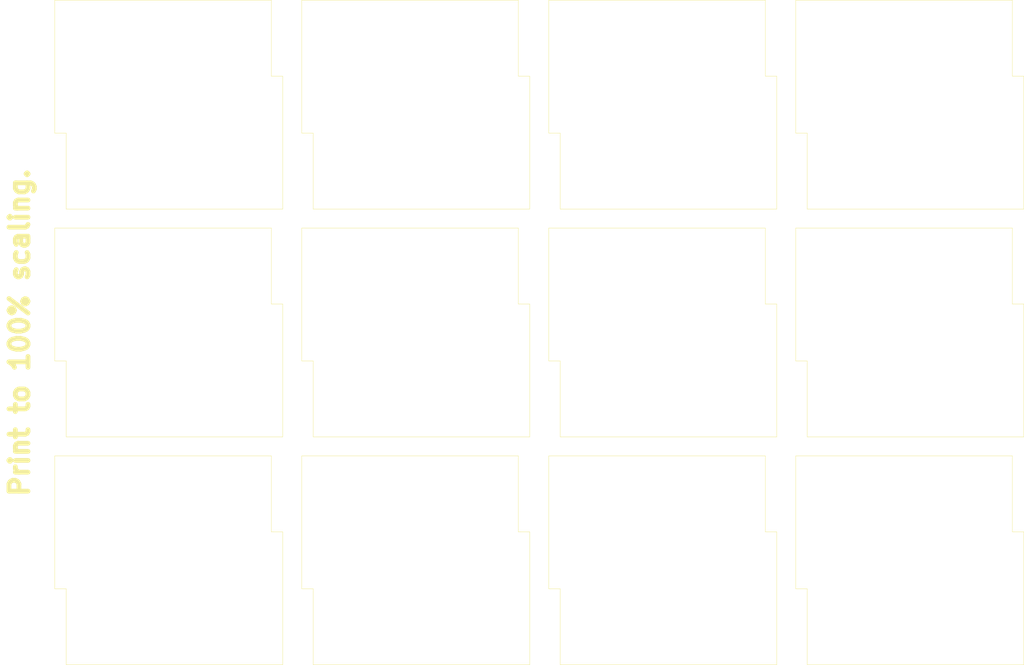
<source format=kicad_pcb>
(kicad_pcb (version 20171130) (host pcbnew "(5.1.2)-1")

  (general
    (thickness 1.6)
    (drawings 97)
    (tracks 0)
    (zones 0)
    (modules 0)
    (nets 1)
  )

  (page USLetter)
  (layers
    (0 F.Cu signal)
    (31 B.Cu signal)
    (32 B.Adhes user)
    (33 F.Adhes user)
    (34 B.Paste user)
    (35 F.Paste user)
    (36 B.SilkS user)
    (37 F.SilkS user)
    (38 B.Mask user)
    (39 F.Mask user)
    (40 Dwgs.User user)
    (41 Cmts.User user)
    (42 Eco1.User user)
    (43 Eco2.User user)
    (44 Edge.Cuts user)
    (45 Margin user)
    (46 B.CrtYd user)
    (47 F.CrtYd user)
    (48 B.Fab user)
    (49 F.Fab user)
  )

  (setup
    (last_trace_width 0.25)
    (trace_clearance 0.2)
    (zone_clearance 0.508)
    (zone_45_only no)
    (trace_min 0.2)
    (via_size 0.8)
    (via_drill 0.4)
    (via_min_size 0.4)
    (via_min_drill 0.3)
    (uvia_size 0.3)
    (uvia_drill 0.1)
    (uvias_allowed no)
    (uvia_min_size 0.2)
    (uvia_min_drill 0.1)
    (edge_width 0.05)
    (segment_width 0.2)
    (pcb_text_width 0.3)
    (pcb_text_size 1.5 1.5)
    (mod_edge_width 0.12)
    (mod_text_size 1 1)
    (mod_text_width 0.15)
    (pad_size 1.524 1.524)
    (pad_drill 0.762)
    (pad_to_mask_clearance 0.051)
    (solder_mask_min_width 0.25)
    (aux_axis_origin 0 0)
    (visible_elements 7FFFFFFF)
    (pcbplotparams
      (layerselection 0x00020_7ffffffe)
      (usegerberextensions false)
      (usegerberattributes false)
      (usegerberadvancedattributes false)
      (creategerberjobfile false)
      (excludeedgelayer true)
      (linewidth 0.100000)
      (plotframeref false)
      (viasonmask false)
      (mode 1)
      (useauxorigin false)
      (hpglpennumber 1)
      (hpglpenspeed 20)
      (hpglpendiameter 15.000000)
      (psnegative false)
      (psa4output false)
      (plotreference true)
      (plotvalue true)
      (plotinvisibletext false)
      (padsonsilk false)
      (subtractmaskfromsilk false)
      (outputformat 5)
      (mirror false)
      (drillshape 0)
      (scaleselection 1)
      (outputdirectory ""))
  )

  (net 0 "")

  (net_class Default "This is the default net class."
    (clearance 0.2)
    (trace_width 0.25)
    (via_dia 0.8)
    (via_drill 0.4)
    (uvia_dia 0.3)
    (uvia_drill 0.1)
  )

  (gr_text "Print to 100% scaling." (at 11.70432 105 90) (layer F.SilkS)
    (effects (font (size 5 5) (thickness 1.25)))
  )
  (gr_line (start 273 157.5) (end 276 157.5) (layer F.SilkS) (width 0.12) (tstamp 5DBEE9D1))
  (gr_line (start 273 137.5) (end 273 157.5) (layer F.SilkS) (width 0.12) (tstamp 5DBEE9D0))
  (gr_line (start 216 137.5) (end 273 137.5) (layer F.SilkS) (width 0.12) (tstamp 5DBEE9CF))
  (gr_line (start 216 137.5) (end 216 172.5) (layer F.SilkS) (width 0.12) (tstamp 5DBEE9CE))
  (gr_line (start 216 172.5) (end 219 172.5) (layer F.SilkS) (width 0.12) (tstamp 5DBEE9CD))
  (gr_line (start 219 172.5) (end 219 192.5) (layer F.SilkS) (width 0.12) (tstamp 5DBEE9CC))
  (gr_line (start 219 192.5) (end 276 192.5) (layer F.SilkS) (width 0.12) (tstamp 5DBEE9CB))
  (gr_line (start 276 157.5) (end 276 192.5) (layer F.SilkS) (width 0.12) (tstamp 5DBEE9CA))
  (gr_line (start 208 157.5) (end 211 157.5) (layer F.SilkS) (width 0.12) (tstamp 5DBEE9C1))
  (gr_line (start 208 137.5) (end 208 157.5) (layer F.SilkS) (width 0.12) (tstamp 5DBEE9C0))
  (gr_line (start 151 137.5) (end 208 137.5) (layer F.SilkS) (width 0.12) (tstamp 5DBEE9BF))
  (gr_line (start 151 137.5) (end 151 172.5) (layer F.SilkS) (width 0.12) (tstamp 5DBEE9BE))
  (gr_line (start 151 172.5) (end 154 172.5) (layer F.SilkS) (width 0.12) (tstamp 5DBEE9BD))
  (gr_line (start 154 172.5) (end 154 192.5) (layer F.SilkS) (width 0.12) (tstamp 5DBEE9BC))
  (gr_line (start 154 192.5) (end 211 192.5) (layer F.SilkS) (width 0.12) (tstamp 5DBEE9BB))
  (gr_line (start 211 157.5) (end 211 192.5) (layer F.SilkS) (width 0.12) (tstamp 5DBEE9BA))
  (gr_line (start 143 157.5) (end 146 157.5) (layer F.SilkS) (width 0.12) (tstamp 5DBEE9B1))
  (gr_line (start 143 137.5) (end 143 157.5) (layer F.SilkS) (width 0.12) (tstamp 5DBEE9B0))
  (gr_line (start 86 137.5) (end 143 137.5) (layer F.SilkS) (width 0.12) (tstamp 5DBEE9AF))
  (gr_line (start 86 137.5) (end 86 172.5) (layer F.SilkS) (width 0.12) (tstamp 5DBEE9AE))
  (gr_line (start 86 172.5) (end 89 172.5) (layer F.SilkS) (width 0.12) (tstamp 5DBEE9AD))
  (gr_line (start 89 172.5) (end 89 192.5) (layer F.SilkS) (width 0.12) (tstamp 5DBEE9AC))
  (gr_line (start 89 192.5) (end 146 192.5) (layer F.SilkS) (width 0.12) (tstamp 5DBEE9AB))
  (gr_line (start 146 157.5) (end 146 192.5) (layer F.SilkS) (width 0.12) (tstamp 5DBEE9AA))
  (gr_line (start 78 157.5) (end 81 157.5) (layer F.SilkS) (width 0.12) (tstamp 5DBEE9A1))
  (gr_line (start 78 137.5) (end 78 157.5) (layer F.SilkS) (width 0.12) (tstamp 5DBEE9A0))
  (gr_line (start 21 137.5) (end 78 137.5) (layer F.SilkS) (width 0.12) (tstamp 5DBEE99F))
  (gr_line (start 21 137.5) (end 21 172.5) (layer F.SilkS) (width 0.12) (tstamp 5DBEE99E))
  (gr_line (start 21 172.5) (end 24 172.5) (layer F.SilkS) (width 0.12) (tstamp 5DBEE99D))
  (gr_line (start 24 172.5) (end 24 192.5) (layer F.SilkS) (width 0.12) (tstamp 5DBEE99C))
  (gr_line (start 24 192.5) (end 81 192.5) (layer F.SilkS) (width 0.12) (tstamp 5DBEE99B))
  (gr_line (start 81 157.5) (end 81 192.5) (layer F.SilkS) (width 0.12) (tstamp 5DBEE99A))
  (gr_line (start 273 97.5) (end 276 97.5) (layer F.SilkS) (width 0.12) (tstamp 5DBEE991))
  (gr_line (start 273 77.5) (end 273 97.5) (layer F.SilkS) (width 0.12) (tstamp 5DBEE990))
  (gr_line (start 216 77.5) (end 273 77.5) (layer F.SilkS) (width 0.12) (tstamp 5DBEE98F))
  (gr_line (start 216 77.5) (end 216 112.5) (layer F.SilkS) (width 0.12) (tstamp 5DBEE98E))
  (gr_line (start 216 112.5) (end 219 112.5) (layer F.SilkS) (width 0.12) (tstamp 5DBEE98D))
  (gr_line (start 219 112.5) (end 219 132.5) (layer F.SilkS) (width 0.12) (tstamp 5DBEE98C))
  (gr_line (start 219 132.5) (end 276 132.5) (layer F.SilkS) (width 0.12) (tstamp 5DBEE98B))
  (gr_line (start 276 97.5) (end 276 132.5) (layer F.SilkS) (width 0.12) (tstamp 5DBEE98A))
  (gr_line (start 208 97.5) (end 211 97.5) (layer F.SilkS) (width 0.12) (tstamp 5DBEE981))
  (gr_line (start 208 77.5) (end 208 97.5) (layer F.SilkS) (width 0.12) (tstamp 5DBEE980))
  (gr_line (start 151 77.5) (end 208 77.5) (layer F.SilkS) (width 0.12) (tstamp 5DBEE97F))
  (gr_line (start 151 77.5) (end 151 112.5) (layer F.SilkS) (width 0.12) (tstamp 5DBEE97E))
  (gr_line (start 151 112.5) (end 154 112.5) (layer F.SilkS) (width 0.12) (tstamp 5DBEE97D))
  (gr_line (start 154 112.5) (end 154 132.5) (layer F.SilkS) (width 0.12) (tstamp 5DBEE97C))
  (gr_line (start 154 132.5) (end 211 132.5) (layer F.SilkS) (width 0.12) (tstamp 5DBEE97B))
  (gr_line (start 211 97.5) (end 211 132.5) (layer F.SilkS) (width 0.12) (tstamp 5DBEE97A))
  (gr_line (start 143 97.5) (end 146 97.5) (layer F.SilkS) (width 0.12) (tstamp 5DBEE971))
  (gr_line (start 143 77.5) (end 143 97.5) (layer F.SilkS) (width 0.12) (tstamp 5DBEE970))
  (gr_line (start 86 77.5) (end 143 77.5) (layer F.SilkS) (width 0.12) (tstamp 5DBEE96F))
  (gr_line (start 86 77.5) (end 86 112.5) (layer F.SilkS) (width 0.12) (tstamp 5DBEE96E))
  (gr_line (start 86 112.5) (end 89 112.5) (layer F.SilkS) (width 0.12) (tstamp 5DBEE96D))
  (gr_line (start 89 112.5) (end 89 132.5) (layer F.SilkS) (width 0.12) (tstamp 5DBEE96C))
  (gr_line (start 89 132.5) (end 146 132.5) (layer F.SilkS) (width 0.12) (tstamp 5DBEE96B))
  (gr_line (start 146 97.5) (end 146 132.5) (layer F.SilkS) (width 0.12) (tstamp 5DBEE96A))
  (gr_line (start 78 97.5) (end 81 97.5) (layer F.SilkS) (width 0.12) (tstamp 5DBEE961))
  (gr_line (start 78 77.5) (end 78 97.5) (layer F.SilkS) (width 0.12) (tstamp 5DBEE960))
  (gr_line (start 21 77.5) (end 78 77.5) (layer F.SilkS) (width 0.12) (tstamp 5DBEE95F))
  (gr_line (start 21 77.5) (end 21 112.5) (layer F.SilkS) (width 0.12) (tstamp 5DBEE95E))
  (gr_line (start 21 112.5) (end 24 112.5) (layer F.SilkS) (width 0.12) (tstamp 5DBEE95D))
  (gr_line (start 24 112.5) (end 24 132.5) (layer F.SilkS) (width 0.12) (tstamp 5DBEE95C))
  (gr_line (start 24 132.5) (end 81 132.5) (layer F.SilkS) (width 0.12) (tstamp 5DBEE95B))
  (gr_line (start 81 97.5) (end 81 132.5) (layer F.SilkS) (width 0.12) (tstamp 5DBEE95A))
  (gr_line (start 216 17.5) (end 216 52.5) (layer F.SilkS) (width 0.12) (tstamp 5DBEE951))
  (gr_line (start 216 52.5) (end 219 52.5) (layer F.SilkS) (width 0.12) (tstamp 5DBEE950))
  (gr_line (start 219 52.5) (end 219 72.5) (layer F.SilkS) (width 0.12) (tstamp 5DBEE94F))
  (gr_line (start 219 72.5) (end 276 72.5) (layer F.SilkS) (width 0.12) (tstamp 5DBEE94E))
  (gr_line (start 276 37.5) (end 276 72.5) (layer F.SilkS) (width 0.12) (tstamp 5DBEE94D))
  (gr_line (start 273 37.5) (end 276 37.5) (layer F.SilkS) (width 0.12) (tstamp 5DBEE94C))
  (gr_line (start 273 17.5) (end 273 37.5) (layer F.SilkS) (width 0.12) (tstamp 5DBEE94B))
  (gr_line (start 216 17.5) (end 273 17.5) (layer F.SilkS) (width 0.12) (tstamp 5DBEE94A))
  (gr_line (start 151 17.5) (end 151 52.5) (layer F.SilkS) (width 0.12) (tstamp 5DBEE941))
  (gr_line (start 151 52.5) (end 154 52.5) (layer F.SilkS) (width 0.12) (tstamp 5DBEE940))
  (gr_line (start 154 52.5) (end 154 72.5) (layer F.SilkS) (width 0.12) (tstamp 5DBEE93F))
  (gr_line (start 154 72.5) (end 211 72.5) (layer F.SilkS) (width 0.12) (tstamp 5DBEE93E))
  (gr_line (start 211 37.5) (end 211 72.5) (layer F.SilkS) (width 0.12) (tstamp 5DBEE93D))
  (gr_line (start 208 37.5) (end 211 37.5) (layer F.SilkS) (width 0.12) (tstamp 5DBEE93C))
  (gr_line (start 208 17.5) (end 208 37.5) (layer F.SilkS) (width 0.12) (tstamp 5DBEE93B))
  (gr_line (start 151 17.5) (end 208 17.5) (layer F.SilkS) (width 0.12) (tstamp 5DBEE93A))
  (gr_line (start 86 17.5) (end 86 52.5) (layer F.SilkS) (width 0.12) (tstamp 5DBEE931))
  (gr_line (start 86 52.5) (end 89 52.5) (layer F.SilkS) (width 0.12) (tstamp 5DBEE930))
  (gr_line (start 89 52.5) (end 89 72.5) (layer F.SilkS) (width 0.12) (tstamp 5DBEE92F))
  (gr_line (start 89 72.5) (end 146 72.5) (layer F.SilkS) (width 0.12) (tstamp 5DBEE92E))
  (gr_line (start 146 37.5) (end 146 72.5) (layer F.SilkS) (width 0.12) (tstamp 5DBEE92D))
  (gr_line (start 143 37.5) (end 146 37.5) (layer F.SilkS) (width 0.12) (tstamp 5DBEE92C))
  (gr_line (start 143 17.5) (end 143 37.5) (layer F.SilkS) (width 0.12) (tstamp 5DBEE92B))
  (gr_line (start 86 17.5) (end 143 17.5) (layer F.SilkS) (width 0.12) (tstamp 5DBEE92A))
  (gr_line (start 21 17.5) (end 21 52.5) (layer F.SilkS) (width 0.12))
  (gr_line (start 21 52.5) (end 24 52.5) (layer F.SilkS) (width 0.12))
  (gr_line (start 24 52.5) (end 24 72.5) (layer F.SilkS) (width 0.12))
  (gr_line (start 24 72.5) (end 81 72.5) (layer F.SilkS) (width 0.12))
  (gr_line (start 81 37.5) (end 81 72.5) (layer F.SilkS) (width 0.12))
  (gr_line (start 78 37.5) (end 81 37.5) (layer F.SilkS) (width 0.12))
  (gr_line (start 78 17.5) (end 78 37.5) (layer F.SilkS) (width 0.12))
  (gr_line (start 21 17.5) (end 78 17.5) (layer F.SilkS) (width 0.12))

)

</source>
